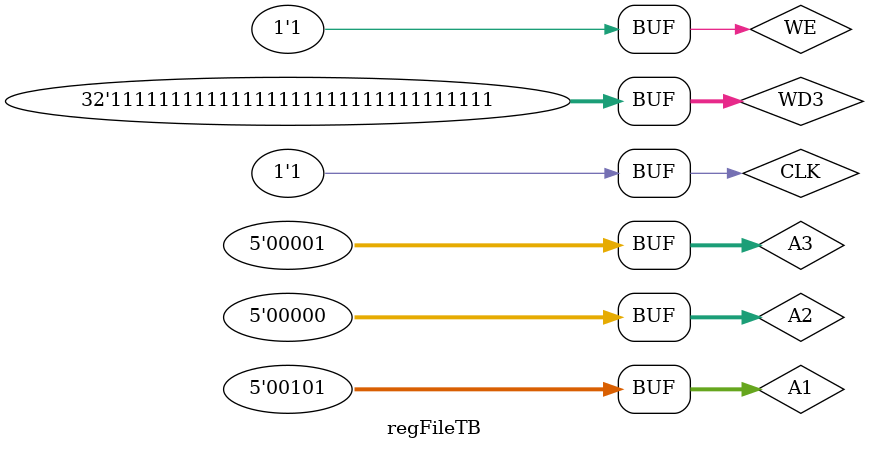
<source format=v>
`timescale 1ns / 1ps


module regFileTB;

	// Inputs
	reg [4:0] A1;
	reg [4:0] A2;
	reg [4:0] A3;
	reg [31:0] WD3;
	reg WE;
	reg CLK;

	// Outputs
	wire [31:0] RD1;
	wire [31:0] RD2;

	// Instantiate the Unit Under Test (UUT)
	regFile uut (
		.A1(A1), 
		.A2(A2), 
		.A3(A3), 
		.WD3(WD3), 
		.WE(WE), 
		.CLK(CLK), 
		.RD1(RD1), 
		.RD2(RD2)
	);

	initial begin
		// Initialize Inputs
		A1 = 0;
		A2 = 0;
		A3 = 0;
		WD3 = 0;
		WE = 0;
		CLK = 0;

		// Wait 100 ns for global reset to finish
		#100;
        
		// Add stimulus here
		
		A1 = 1;
		A2 = 2;
		A3 = 3;
		WD3 = {32{1'b1}};
		WE = 1;
		CLK = 1;

		// Wait 100 ns for global reset to finish
		#100;
        
		// Add stimulus here
		
		A1 = 1;
		A2 = 2;
		A3 = 3;
		WD3 = {32{1'b1}};
		WE = 0;
		CLK = 0;

		// Wait 100 ns for global reset to finish
		#100;
		
		A1 = 3;
		A2 = 4;
		A3 = 5;
		WD3 = {32{1'b1}};
		WE = 0;
		CLK = 1;

		// Wait 100 ns for global reset to finish
		#100;
		
		A1 = 5;
		A2 = 0;
		A3 = 1;
		WD3 = {32{1'b1}};
		WE = 1;
		CLK = 1;
		
		// Wait 100 ns for global reset to finish
		#100;

	end
      
endmodule


</source>
